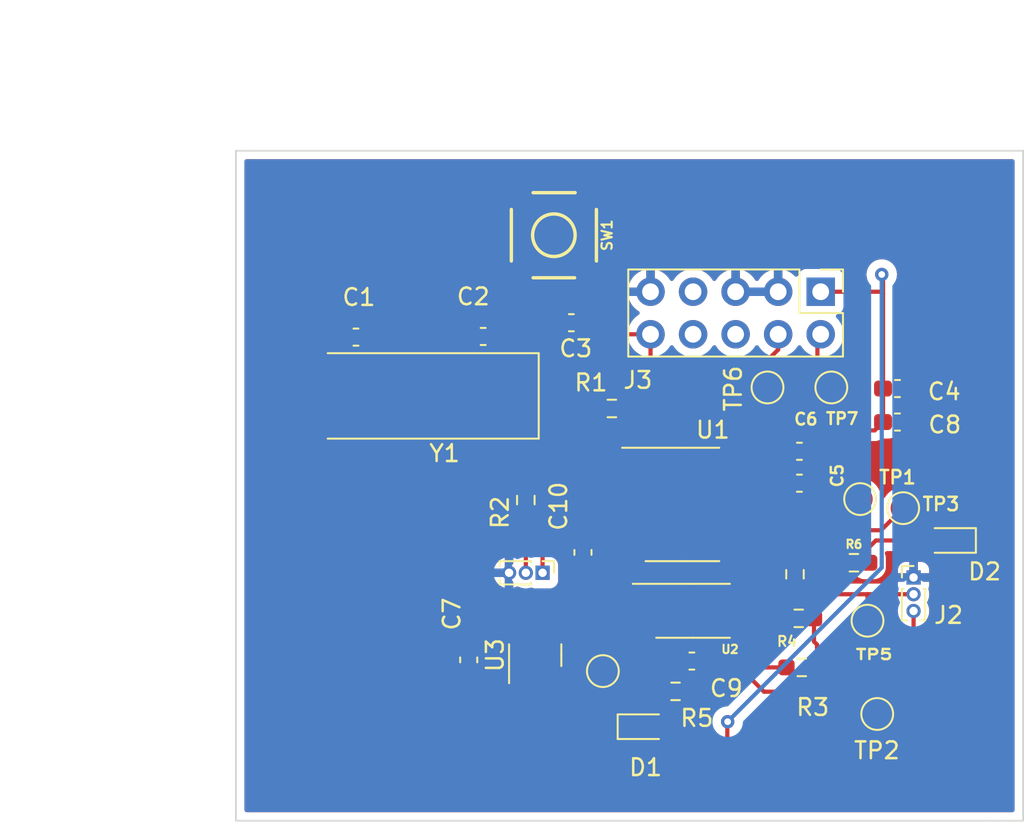
<source format=kicad_pcb>
(kicad_pcb (version 20211014) (generator pcbnew)
  (title_block (title "Carte Tests et Maintenance") (date "2024-02-13") (company "Polytech Lille") (comment 1 "By CAZIN Némo & CEGARRA Antoine"))
  (layers (0 "F.Cu" signal) (31 "B.Cu" signal) (34 "B.Paste" user) (35 "F.Paste" user) (36 "B.SilkS" user "B.Silkscreen") (37 "F.SilkS" user "F.Silkscreen") (38 "B.Mask" user) (39 "F.Mask" user) (44 "Edge.Cuts" user))
  (net 0 "")
  (net 1 "Net-(C1-Pad1)")
  (net 2 "GND")
  (net 3 "Net-(C2-Pad1)")
  (net 4 "RESET")
  (net 5 "VCC")
  (net 6 "Net-(D1-Pad2)")
  (net 7 "Net-(D2-Pad2)")
  (net 8 "Net-(J1-Pad2)")
  (net 9 "EPROM")
  (net 10 "SWDAT")
  (net 11 "SWCLK")
  (net 15 "Net-(R1-Pad1)")
  (net 16 "Net-(R2-Pad2)")
  (net 17 "SDA")
  (net 18 "SCL")
  (net 19 "LED1")
  (net 20 "LED2")
  (net 21 "Net-(TP1-Pad1)")
  (net 22 "Net-(TP3-Pad1)")
  (net 23 "TEMP")
  (net 24 "BIT_0")
  (net 25 "BIT_1")
  (net 26 "BIT_2")
  (footprint "Connector_PinHeader_1.00mm:PinHeader_1x03_P1.00mm_Vertical" (layer "F.Cu") (at 152.7875 109.755 -90)
    (fp_text reference "J1" hide)
    (fp_text value "Conn_01x03_Male" hide)
    (fp_line (start 0.608276 0.685) (end 0.695 0.685) (layer "F.SilkS") (width 0.12))
    (fp_line (start -0.695 0.685) (end -0.695 2.56) (layer "F.SilkS") (width 0.12))
    (fp_line (start -0.695 2.56) (end -0.394493 2.56) (layer "F.SilkS") (width 0.12))
    (fp_line (start -0.695 0.685) (end -0.608276 0.685) (layer "F.SilkS") (width 0.12))
    (fp_line (start -0.695 -0.685) (end 0 -0.685) (layer "F.SilkS") (width 0.12))
    (fp_line (start 0.394493 2.56) (end 0.695 2.56) (layer "F.SilkS") (width 0.12))
    (fp_line (start 0.695 0.685) (end 0.695 2.56) (layer "F.SilkS") (width 0.12))
    (fp_line (start -0.695 0) (end -0.695 -0.685) (layer "F.SilkS") (width 0.12))
    (pad "1" thru_hole rect (at 0 0 270) (size 0.85 0.85) (drill 0.5) (layers *.Cu *.Mask) (net 5 "VCC"))
    (pad "2" thru_hole oval (at 0 1 270) (size 0.85 0.85) (drill 0.5) (layers *.Cu *.Mask) (net 8 "Net-(J1-Pad2)"))
    (pad "3" thru_hole oval (at 0 2 270) (size 0.85 0.85) (drill 0.5) (layers *.Cu *.Mask) (net 2 "GND"))
  )
  (footprint "TestPoint:TestPoint_Pad_D1.5mm" (layer "F.Cu") (at 171.7475 105.355)
    (fp_text reference "TP1" (at 2.23 -1.3) (layer "F.SilkS") (effects (font (size 0.8 0.8))))
    (fp_text value "TestPoint" hide)
    (fp_circle (center 0 0) (end 0 0.95) (layer "F.SilkS") (width 0.12) (fill none))
    (pad "1" smd circle (at 0 0) (size 1.5 1.5) (layers "F.Cu" "F.Mask") (net 21 "Net-(TP1-Pad1)"))
  )
  (footprint "Package_SO:TSSOP-8_4.4x3mm_P0.65mm" (layer "F.Cu") (at 161.7725 112.025)
    (fp_text reference "U2" (at 2.2025 2.3) (layer "F.SilkS") (effects (font (size 0.5 0.5) (thickness 0.125))))
    (fp_text value "M24C01-RDW" hide)
    (fp_line (start 0 1.61) (end -2.2 1.61) (layer "F.SilkS") (width 0.12))
    (fp_line (start 0 -1.61) (end -3.6 -1.61) (layer "F.SilkS") (width 0.12))
    (fp_line (start 0 -1.61) (end 2.2 -1.61) (layer "F.SilkS") (width 0.12))
    (fp_line (start 0 1.61) (end 2.2 1.61) (layer "F.SilkS") (width 0.12))
    (pad "1" smd roundrect (at -2.8625 -0.975) (size 1.475 0.4) (layers "F.Cu" "F.Paste" "F.Mask") (net 24 "BIT_0"))
    (pad "2" smd roundrect (at -2.8625 -0.325) (size 1.475 0.4) (layers "F.Cu" "F.Paste" "F.Mask") (net 25 "BIT_1"))
    (pad "3" smd roundrect (at -2.8625 0.325) (size 1.475 0.4) (layers "F.Cu" "F.Paste" "F.Mask") (net 26 "BIT_2"))
    (pad "4" smd roundrect (at -2.8625 0.975) (size 1.475 0.4) (layers "F.Cu" "F.Paste" "F.Mask") (net 2 "GND"))
    (pad "5" smd roundrect (at 2.8625 0.975) (size 1.475 0.4) (layers "F.Cu" "F.Paste" "F.Mask") (net 17 "SDA"))
    (pad "6" smd roundrect (at 2.8625 0.325) (size 1.475 0.4) (layers "F.Cu" "F.Paste" "F.Mask") (net 18 "SCL"))
    (pad "7" smd roundrect (at 2.8625 -0.325) (size 1.475 0.4) (layers "F.Cu" "F.Paste" "F.Mask") (net 9 "EPROM"))
    (pad "8" smd roundrect (at 2.8625 -0.975) (size 1.475 0.4) (layers "F.Cu" "F.Paste" "F.Mask") (net 5 "VCC"))
  )
  (footprint "LED_SMD:LED_0603_1608Metric_Pad1.05x0.95mm_HandSolder" (layer "F.Cu") (at 176.9975 107.825 180)
    (fp_text reference "D2" (at -2.18 -1.86) (layer "F.SilkS"))
    (fp_text value "LED" hide)
    (fp_line (start 0.8 -0.735) (end -1.66 -0.735) (layer "F.SilkS") (width 0.12))
    (fp_line (start -1.66 0.735) (end 0.8 0.735) (layer "F.SilkS") (width 0.12))
    (fp_line (start -1.66 -0.735) (end -1.66 0.735) (layer "F.SilkS") (width 0.12))
    (pad "1" smd roundrect (at -0.875 0 180) (size 1.05 0.95) (layers "F.Cu" "F.Paste" "F.Mask") (net 2 "GND"))
    (pad "2" smd roundrect (at 0.875 0 180) (size 1.05 0.95) (layers "F.Cu" "F.Paste" "F.Mask") (net 7 "Net-(D2-Pad2)"))
  )
  (footprint "Resistor_SMD:R_0603_1608Metric_Pad0.98x0.95mm_HandSolder" (layer "F.Cu") (at 168.26 115.405 180)
    (fp_text reference "R3" (at -0.6575 -2.38) (layer "F.SilkS"))
    (fp_text value "4.7k" hide)
    (fp_line (start -0.254724 -0.5225) (end 0.254724 -0.5225) (layer "F.SilkS") (width 0.12))
    (fp_line (start -0.254724 0.5225) (end 0.254724 0.5225) (layer "F.SilkS") (width 0.12))
    (pad "1" smd roundrect (at -0.9125 0 180) (size 0.975 0.95) (layers "F.Cu" "F.Paste" "F.Mask") (net 5 "VCC"))
    (pad "2" smd roundrect (at 0.9125 0 180) (size 0.975 0.95) (layers "F.Cu" "F.Paste" "F.Mask") (net 17 "SDA"))
  )
  (footprint "TestPoint:TestPoint_Pad_D1.5mm" (layer "F.Cu") (at 170.0275 98.69 -90)
    (fp_text reference "TP7" (at 1.865 -0.65 180) (layer "F.SilkS") (effects (font (size 0.7 0.7))))
    (fp_text value "TestPoint" hide)
    (fp_circle (center 0 0) (end 0 0.95) (layer "F.SilkS") (width 0.12) (fill none))
    (pad "1" smd circle (at 0 0 270) (size 1.5 1.5) (layers "F.Cu" "F.Mask") (net 10 "SWDAT"))
  )
  (footprint "Switches:TACTILE_SWITCH_SMD_5.2MM" (layer "F.Cu") (at 153.4625 89.601 -90)
    (fp_text reference "SW1" (at 0 -3.175 90) (layer "F.SilkS") (effects (font (size 0.6096 0.6096) (thickness 0.127))))
    (fp_text value "SW_Push" hide)
    (fp_line (start 1.53924 2.54) (end -1.53924 2.54) (layer "F.SilkS") (width 0.2032))
    (fp_line (start -1.53924 -2.54) (end 1.53924 -2.54) (layer "F.SilkS") (width 0.2032))
    (fp_line (start 2.54 -1.23952) (end 2.54 1.23952) (layer "F.SilkS") (width 0.2032))
    (fp_line (start -2.54 1.23952) (end -2.54 -1.27) (layer "F.SilkS") (width 0.2032))
    (fp_circle (center 0 0) (end 0 -1.27) (layer "F.SilkS") (width 0.2032) (fill none))
    (pad "1" smd rect locked (at -2.794 -1.905) (size 0.762 1.524) (layers "F.Cu" "F.Paste" "F.Mask") (net 2 "GND"))
    (pad "2" smd rect locked (at 2.794 -1.905) (size 0.762 1.524) (layers "F.Cu" "F.Paste" "F.Mask") (net 4 "RESET"))
    (pad "3" smd rect locked (at -2.794 1.905) (size 0.762 1.524) (layers "F.Cu" "F.Paste" "F.Mask"))
    (pad "4" smd rect locked (at 2.794 1.905) (size 0.762 1.524) (layers "F.Cu" "F.Paste" "F.Mask"))
  )
  (footprint "Crystal:Crystal_SMD_HC49-SD" (layer "F.Cu") (at 145.8575 99.195 180)
    (fp_text reference "Y1" (at -1.08 -3.43) (layer "F.SilkS"))
    (fp_text value "8M" hide)
    (fp_line (start -6.7 2.55) (end 5.9 2.55) (layer "F.SilkS") (width 0.12))
    (fp_line (start -6.7 -2.55) (end -6.7 2.55) (layer "F.SilkS") (width 0.12))
    (fp_line (start 5.9 -2.55) (end -6.7 -2.55) (layer "F.SilkS") (width 0.12))
    (pad "1" smd rect (at -4.25 0 180) (size 4.5 2) (layers "F.Cu" "F.Paste" "F.Mask") (net 3 "Net-(C2-Pad1)"))
    (pad "2" smd rect (at 4.25 0 180) (size 4.5 2) (layers "F.Cu" "F.Paste" "F.Mask") (net 1 "Net-(C1-Pad1)"))
  )
  (footprint "Capacitor_SMD:C_0603_1608Metric_Pad1.08x0.95mm_HandSolder" (layer "F.Cu") (at 155.1975 108.5375 -90)
    (fp_text reference "C10" (at -2.7525 1.46 90) (layer "F.SilkS"))
    (fp_text value "100n" hide)
    (fp_line (start -0.146267 0.51) (end 0.146267 0.51) (layer "F.SilkS") (width 0.12))
    (fp_line (start -0.146267 -0.51) (end 0.146267 -0.51) (layer "F.SilkS") (width 0.12))
    (pad "1" smd roundrect (at -0.8625 0 270) (size 1.075 0.95) (layers "F.Cu" "F.Paste" "F.Mask") (net 5 "VCC"))
    (pad "2" smd roundrect (at 0.8625 0 270) (size 1.075 0.95) (layers "F.Cu" "F.Paste" "F.Mask") (net 2 "GND"))
  )
  (footprint "Resistor_SMD:R_0603_1608Metric_Pad0.98x0.95mm_HandSolder" (layer "F.Cu") (at 156.925 99.945 180)
    (fp_text reference "R1" (at 1.25 1.54 180) (layer "F.SilkS"))
    (fp_text value "390" hide)
    (fp_line (start -0.254724 0.5225) (end 0.254724 0.5225) (layer "F.SilkS") (width 0.12))
    (fp_line (start -0.254724 -0.5225) (end 0.254724 -0.5225) (layer "F.SilkS") (width 0.12))
    (pad "1" smd roundrect (at -0.9125 0 180) (size 0.975 0.95) (layers "F.Cu" "F.Paste" "F.Mask") (net 15 "Net-(R1-Pad1)"))
    (pad "2" smd roundrect (at 0.9125 0 180) (size 0.975 0.95) (layers "F.Cu" "F.Paste" "F.Mask") (net 3 "Net-(C2-Pad1)"))
  )
  (footprint "Resistor_SMD:R_0603_1608Metric_Pad0.98x0.95mm_HandSolder" (layer "F.Cu") (at 171.375 109.155)
    (fp_text reference "R6" (at 0 -1.1) (layer "F.SilkS") (effects (font (size 0.5 0.5) (thickness 0.125))))
    (fp_text value "510" hide)
    (fp_line (start -0.254724 -0.5225) (end 0.254724 -0.5225) (layer "F.SilkS") (width 0.12))
    (fp_line (start -0.254724 0.5225) (end 0.254724 0.5225) (layer "F.SilkS") (width 0.12))
    (pad "1" smd roundrect (at -0.9125 0) (size 0.975 0.95) (layers "F.Cu" "F.Paste" "F.Mask") (net 20 "LED2"))
    (pad "2" smd roundrect (at 0.9125 0) (size 0.975 0.95) (layers "F.Cu" "F.Paste" "F.Mask") (net 7 "Net-(D2-Pad2)"))
  )
  (footprint "Resistor_SMD:R_0603_1608Metric_Pad0.98x0.95mm_HandSolder" (layer "F.Cu") (at 160.7275 116.835 180)
    (fp_text reference "R5" (at -1.27 -1.6) (layer "F.SilkS"))
    (fp_text value "510" hide)
    (fp_line (start -0.254724 -0.5225) (end 0.254724 -0.5225) (layer "F.SilkS") (width 0.12))
    (fp_line (start -0.254724 0.5225) (end 0.254724 0.5225) (layer "F.SilkS") (width 0.12))
    (pad "1" smd roundrect (at -0.9125 0 180) (size 0.975 0.95) (layers "F.Cu" "F.Paste" "F.Mask") (net 19 "LED1"))
    (pad "2" smd roundrect (at 0.9125 0 180) (size 0.975 0.95) (layers "F.Cu" "F.Paste" "F.Mask") (net 6 "Net-(D1-Pad2)"))
  )
  (footprint "TestPoint:TestPoint_Pad_D1.5mm" (layer "F.Cu") (at 172.1875 112.615)
    (fp_text reference "TP5" (at 0.4 2.02) (layer "F.SilkS") (effects (font (size 0.6 0.8))))
    (fp_text value "TestPoint" hide)
    (fp_circle (center 0 0) (end 0 0.95) (layer "F.SilkS") (width 0.12) (fill none))
    (pad "1" smd circle (at 0 0) (size 1.5 1.5) (layers "F.Cu" "F.Mask") (net 9 "EPROM"))
  )
  (footprint "Capacitor_SMD:C_0603_1608Metric_Pad1.08x0.95mm_HandSolder" (layer "F.Cu") (at 173.9775 100.755)
    (fp_text reference "C8" (at 2.82 0.16) (layer "F.SilkS"))
    (fp_text value "4.7u" hide)
    (fp_line (start -0.146267 -0.51) (end 0.146267 -0.51) (layer "F.SilkS") (width 0.12))
    (fp_line (start -0.146267 0.51) (end 0.146267 0.51) (layer "F.SilkS") (width 0.12))
    (pad "1" smd roundrect (at -0.8625 0) (size 1.075 0.95) (layers "F.Cu" "F.Paste" "F.Mask") (net 5 "VCC"))
    (pad "2" smd roundrect (at 0.8625 0) (size 1.075 0.95) (layers "F.Cu" "F.Paste" "F.Mask") (net 2 "GND"))
  )
  (footprint "LED_SMD:LED_0603_1608Metric_Pad1.05x0.95mm_HandSolder" (layer "F.Cu") (at 158.9325 118.945)
    (fp_text reference "D1" (at 0.005 2.43) (layer "F.SilkS"))
    (fp_text value "LED" hide)
    (fp_line (start -1.66 -0.735) (end -1.66 0.735) (layer "F.SilkS") (width 0.12))
    (fp_line (start -1.66 0.735) (end 0.8 0.735) (layer "F.SilkS") (width 0.12))
    (fp_line (start 0.8 -0.735) (end -1.66 -0.735) (layer "F.SilkS") (width 0.12))
    (pad "1" smd roundrect (at -0.875 0) (size 1.05 0.95) (layers "F.Cu" "F.Paste" "F.Mask") (net 2 "GND"))
    (pad "2" smd roundrect (at 0.875 0) (size 1.05 0.95) (layers "F.Cu" "F.Paste" "F.Mask") (net 6 "Net-(D1-Pad2)"))
  )
  (footprint "TestPoint:TestPoint_Pad_D1.5mm" (layer "F.Cu") (at 166.2175 98.69 -90)
    (fp_text reference "TP6" (at 0.065 2.05 90) (layer "F.SilkS"))
    (fp_text value "TestPoint" hide)
    (fp_circle (center 0 0) (end 0 0.95) (layer "F.SilkS") (width 0.12) (fill none))
    (pad "1" smd circle (at 0 0 270) (size 1.5 1.5) (layers "F.Cu" "F.Mask") (net 11 "SWCLK"))
  )
  (footprint "Capacitor_SMD:C_0603_1608Metric_Pad1.08x0.95mm_HandSolder" (layer "F.Cu") (at 161.7 115.025 180)
    (fp_text reference "C9" hide)
    (fp_text value "100n" hide)
    (fp_text user "${REFERENCE}" (at -2.0575 -1.63) (layer "F.SilkS"))
    (fp_line (start -0.146267 -0.51) (end 0.146267 -0.51) (layer "F.SilkS") (width 0.12))
    (fp_line (start -0.146267 0.51) (end 0.146267 0.51) (layer "F.SilkS") (width 0.12))
    (pad "1" smd roundrect (at -0.8625 0 180) (size 1.075 0.95) (layers "F.Cu" "F.Paste" "F.Mask") (net 5 "VCC"))
    (pad "2" smd roundrect (at 0.8625 0 180) (size 1.075 0.95) (layers "F.Cu" "F.Paste" "F.Mask") (net 2 "GND"))
  )
  (footprint "Resistor_SMD:R_0603_1608Metric_Pad0.98x0.95mm_HandSolder" (layer "F.Cu") (at 151.7875 105.4125 90)
    (fp_text reference "R2" (at -0.7425 -1.54 270) (layer "F.SilkS"))
    (fp_text value "10k" hide)
    (fp_line (start -0.254724 0.5225) (end 0.254724 0.5225) (layer "F.SilkS") (width 0.12))
    (fp_line (start -0.254724 -0.5225) (end 0.254724 -0.5225) (layer "F.SilkS") (width 0.12))
    (pad "1" smd roundrect (at -0.9125 0 90) (size 0.975 0.95) (layers "F.Cu" "F.Paste" "F.Mask") (net 8 "Net-(J1-Pad2)"))
    (pad "2" smd roundrect (at 0.9125 0 90) (size 0.975 0.95) (layers "F.Cu" "F.Paste" "F.Mask") (net 16 "Net-(R2-Pad2)"))
  )
  (footprint "Capacitor_SMD:C_0603_1608Metric_Pad1.08x0.95mm_HandSolder" (layer "F.Cu") (at 173.9775 98.755)
    (fp_text reference "C4" (at 2.79 0.18) (layer "F.SilkS"))
    (fp_text value "1u" hide)
    (fp_line (start -0.146267 0.51) (end 0.146267 0.51) (layer "F.SilkS") (width 0.12))
    (fp_line (start -0.146267 -0.51) (end 0.146267 -0.51) (layer "F.SilkS") (width 0.12))
    (pad "1" smd roundrect (at -0.8625 0) (size 1.075 0.95) (layers "F.Cu" "F.Paste" "F.Mask") (net 5 "VCC"))
    (pad "2" smd roundrect (at 0.8625 0) (size 1.075 0.95) (layers "F.Cu" "F.Paste" "F.Mask") (net 2 "GND"))
  )
  (footprint "Capacitor_SMD:C_0603_1608Metric_Pad1.08x0.95mm_HandSolder" (layer "F.Cu") (at 168.1225 104.405)
    (fp_text reference "C5" (at 2.255 -0.45 90) (layer "F.SilkS") (effects (font (size 0.7 0.7))))
    (fp_text value "10n" hide)
    (fp_line (start -0.146267 -0.51) (end 0.146267 -0.51) (layer "F.SilkS") (width 0.12))
    (fp_line (start -0.146267 0.51) (end 0.146267 0.51) (layer "F.SilkS") (width 0.12))
    (pad "1" smd roundrect (at -0.8625 0) (size 1.075 0.95) (layers "F.Cu" "F.Paste" "F.Mask") (net 5 "VCC"))
    (pad "2" smd roundrect (at 0.8625 0) (size 1.075 0.95) (layers "F.Cu" "F.Paste" "F.Mask") (net 2 "GND"))
  )
  (footprint "Package_SO:TSSOP-20_4.4x6.5mm_P0.65mm" (layer "F.Cu") (at 161.1375 105.675)
    (fp_text reference "U1" (at 1.8125 -4.45) (layer "F.SilkS"))
    (fp_text value "STM32F030F4Px" hide)
    (fp_line (start 0 3.385) (end -2.2 3.385) (layer "F.SilkS") (width 0.12))
    (fp_line (start 0 -3.385) (end -3.6 -3.385) (layer "F.SilkS") (width 0.12))
    (fp_line (start 0 3.385) (end 2.2 3.385) (layer "F.SilkS") (width 0.12))
    (fp_line (start 0 -3.385) (end 2.2 -3.385) (layer "F.SilkS") (width 0.12))
    (pad "1" smd roundrect (at -2.8625 -2.925) (size 1.475 0.4) (layers "F.Cu" "F.Paste" "F.Mask") (net 16 "Net-(R2-Pad2)"))
    (pad "2" smd roundrect (at -2.8625 -2.275) (size 1.475 0.4) (layers "F.Cu" "F.Paste" "F.Mask") (net 1 "Net-(C1-Pad1)"))
    (pad "3" smd roundrect (at -2.8625 -1.625) (size 1.475 0.4) (layers "F.Cu" "F.Paste" "F.Mask") (net 15 "Net-(R1-Pad1)"))
    (pad "4" smd roundrect (at -2.8625 -0.975) (size 1.475 0.4) (layers "F.Cu" "F.Paste" "F.Mask") (net 4 "RESET"))
    (pad "5" smd roundrect (at -2.8625 -0.325) (size 1.475 0.4) (layers "F.Cu" "F.Paste" "F.Mask") (net 5 "VCC"))
    (pad "6" smd roundrect (at -2.8625 0.325) (size 1.475 0.4) (layers "F.Cu" "F.Paste" "F.Mask") (net 19 "LED1"))
    (pad "7" smd roundrect (at -2.8625 0.975) (size 1.475 0.4) (layers "F.Cu" "F.Paste" "F.Mask") (net 23 "TEMP"))
    (pad "8" smd roundrect (at -2.8625 1.625) (size 1.475 0.4) (layers "F.Cu" "F.Paste" "F.Mask") (net 26 "BIT_2"))
    (pad "9" smd roundrect (at -2.8625 2.275) (size 1.475 0.4) (layers "F.Cu" "F.Paste" "F.Mask") (net 25 "BIT_1"))
    (pad "10" smd roundrect (at -2.8625 2.925) (size 1.475 0.4) (layers "F.Cu" "F.Paste" "F.Mask") (net 24 "BIT_0"))
    (pad "11" smd roundrect (at 2.8625 2.925) (size 1.475 0.4) (layers "F.Cu" "F.Paste" "F.Mask") (net 20 "LED2"))
    (pad "12" smd roundrect (at 2.8625 2.275) (size 1.475 0.4) (layers "F.Cu" "F.Paste" "F.Mask") (net 22 "Net-(TP3-Pad1)"))
    (pad "13" smd roundrect (at 2.8625 1.625) (size 1.475 0.4) (layers "F.Cu" "F.Paste" "F.Mask") (net 9 "EPROM"))
    (pad "14" smd roundrect (at 2.8625 0.975) (size 1.475 0.4) (layers "F.Cu" "F.Paste" "F.Mask") (net 21 "Net-(TP1-Pad1)"))
    (pad "15" smd roundrect (at 2.8625 0.325) (size 1.475 0.4) (layers "F.Cu" "F.Paste" "F.Mask") (net 2 "GND"))
    (pad "16" smd roundrect (at 2.8625 -0.325) (size 1.475 0.4) (layers "F.Cu" "F.Paste" "F.Mask") (net 5 "VCC"))
    (pad "17" smd roundrect (at 2.8625 -0.975) (size 1.475 0.4) (layers "F.Cu" "F.Paste" "F.Mask") (net 18 "SCL"))
    (pad "18" smd roundrect (at 2.8625 -1.625) (size 1.475 0.4) (layers "F.Cu" "F.Paste" "F.Mask") (net 17 "SDA"))
    (pad "19" smd roundrect (at 2.8625 -2.275) (size 1.475 0.4) (layers "F.Cu" "F.Paste" "F.Mask") (net 10 "SWDAT"))
    (pad "20" smd roundrect (at 2.8625 -2.925) (size 1.475 0.4) (layers "F.Cu" "F.Paste" "F.Mask") (net 11 "SWCLK"))
  )
  (footprint "Capacitor_SMD:C_0603_1608Metric_Pad1.08x0.95mm_HandSolder" (layer "F.Cu") (at 154.505 94.825 180)
    (fp_text reference "C3" (at -0.2625 -1.54 180) (layer "F.SilkS"))
    (fp_text value "0.1u" hide)
    (fp_line (start -0.146267 -0.51) (end 0.146267 -0.51) (layer "F.SilkS") (width 0.12))
    (fp_line (start -0.146267 0.51) (end 0.146267 0.51) (layer "F.SilkS") (width 0.12))
    (pad "1" smd roundrect (at -0.8625 0 180) (size 1.075 0.95) (layers "F.Cu" "F.Paste" "F.Mask") (net 4 "RESET"))
    (pad "2" smd roundrect (at 0.8625 0 180) (size 1.075 0.95) (layers "F.Cu" "F.Paste" "F.Mask") (net 2 "GND"))
  )
  (footprint "TestPoint:TestPoint_Pad_D1.5mm" (layer "F.Cu") (at 174.3175 105.895)
    (fp_text reference "TP3" (at 2.26 -0.24) (layer "F.SilkS") (effects (font (size 0.8 0.8))))
    (fp_text value "TestPoint" hide)
    (fp_circle (center 0 0) (end 0 0.95) (layer "F.SilkS") (width 0.12) (fill none))
    (pad "1" smd circle (at 0 0) (size 1.5 1.5) (layers "F.Cu" "F.Mask") (net 22 "Net-(TP3-Pad1)"))
  )
  (footprint "TestPoint:TestPoint_Pad_D1.5mm" (layer "F.Cu") (at 172.7675 118.185)
    (fp_text reference "TP2" (at -0.02 2.18) (layer "F.SilkS"))
    (fp_text value "TestPoint" hide)
    (fp_circle (center 0 0) (end 0 0.95) (layer "F.SilkS") (width 0.12) (fill none))
    (pad "1" smd circle (at 0 0) (size 1.5 1.5) (layers "F.Cu" "F.Mask") (net 5 "VCC"))
  )
  (footprint "Capacitor_SMD:C_0603_1608Metric_Pad1.08x0.95mm_HandSolder" (layer "F.Cu") (at 149.24 95.645)
    (fp_text reference "C2" (at -0.5925 -2.38) (layer "F.SilkS"))
    (fp_text value "20p" hide)
    (fp_line (start -0.146267 -0.51) (end 0.146267 -0.51) (layer "F.SilkS") (width 0.12))
    (fp_line (start -0.146267 0.51) (end 0.146267 0.51) (layer "F.SilkS") (width 0.12))
    (pad "1" smd roundrect (at -0.8625 0) (size 1.075 0.95) (layers "F.Cu" "F.Paste" "F.Mask") (net 3 "Net-(C2-Pad1)"))
    (pad "2" smd roundrect (at 0.8625 0) (size 1.075 0.95) (layers "F.Cu" "F.Paste" "F.Mask") (net 2 "GND"))
  )
  (footprint "Capacitor_SMD:C_0603_1608Metric_Pad1.08x0.95mm_HandSolder" (layer "F.Cu") (at 168.1225 102.5)
    (fp_text reference "C6" (at 0.385 -1.915) (layer "F.SilkS") (effects (font (size 0.7 0.7))))
    (fp_text value "100n" hide)
    (fp_line (start -0.146267 -0.51) (end 0.146267 -0.51) (layer "F.SilkS") (width 0.12))
    (fp_line (start -0.146267 0.51) (end 0.146267 0.51) (layer "F.SilkS") (width 0.12))
    (pad "1" smd roundrect (at -0.8625 0) (size 1.075 0.95) (layers "F.Cu" "F.Paste" "F.Mask") (net 5 "VCC"))
    (pad "2" smd roundrect (at 0.8625 0) (size 1.075 0.95) (layers "F.Cu" "F.Paste" "F.Mask") (net 2 "GND"))
  )
  (footprint "Capacitor_SMD:C_0603_1608Metric_Pad1.08x0.95mm_HandSolder" (layer "F.Cu") (at 148.3775 114.955 90)
    (fp_text reference "C7" (at 2.7425 -1.01 90) (layer "F.SilkS"))
    (fp_text value "100n" hide)
    (fp_line (start -0.146267 0.51) (end 0.146267 0.51) (layer "F.SilkS") (width 0.12))
    (fp_line (start -0.146267 -0.51) (end 0.146267 -0.51) (layer "F.SilkS") (width 0.12))
    (pad "1" smd roundrect (at -0.8625 0 90) (size 1.075 0.95) (layers "F.Cu" "F.Paste" "F.Mask") (net 5 "VCC"))
    (pad "2" smd roundrect (at 0.8625 0 90) (size 1.075 0.95) (layers "F.Cu" "F.Paste" "F.Mask") (net 2 "GND"))
  )
  (footprint "Package_TO_SOT_SMD:SOT-23" (layer "F.Cu") (at 152.3475 114.6725 90)
    (fp_text reference "U3" (at 0 -2.4 90) (layer "F.SilkS"))
    (fp_text value "MCP9700T-ETT" hide)
    (fp_line (start 0 -1.56) (end -1.675 -1.56) (layer "F.SilkS") (width 0.12))
    (fp_line (start 0 1.56) (end -0.65 1.56) (layer "F.SilkS") (width 0.12))
    (fp_line (start 0 -1.56) (end 0.65 -1.56) (layer "F.SilkS") (width 0.12))
    (fp_line (start 0 1.56) (end 0.65 1.56) (layer "F.SilkS") (width 0.12))
    (pad "1" smd roundrect (at -0.9375 -0.95 90) (size 1.475 0.6) (layers "F.Cu" "F.Paste" "F.Mask") (net 5 "VCC"))
    (pad "2" smd roundrect (at -0.9375 0.95 90) (size 1.475 0.6) (layers "F.Cu" "F.Paste" "F.Mask") (net 23 "TEMP"))
    (pad "3" smd roundrect (at 0.9375 0 90) (size 1.475 0.6) (layers "F.Cu" "F.Paste" "F.Mask") (net 2 "GND"))
  )
  (footprint "Connector_PinHeader_1.00mm:PinHeader_1x03_P1.00mm_Vertical" (layer "F.Cu") (at 174.9375 110.035)
    (fp_text reference "J2" (at 2.09 2.25) (layer "F.SilkS"))
    (fp_text value "Conn_01x03_Male" hide)
    (fp_line (start 0.394493 2.56) (end 0.695 2.56) (layer "F.SilkS") (width 0.12))
    (fp_line (start -0.695 0.685) (end -0.608276 0.685) (layer "F.SilkS") (width 0.12))
    (fp_line (start 0.608276 0.685) (end 0.695 0.685) (layer "F.SilkS") (width 0.12))
    (fp_line (start 0.695 0.685) (end 0.695 2.56) (layer "F.SilkS") (width 0.12))
    (fp_line (start -0.695 -0.685) (end 0 -0.685) (layer "F.SilkS") (width 0.12))
    (fp_line (start -0.695 0) (end -0.695 -0.685) (layer "F.SilkS") (width 0.12))
    (fp_line (start -0.695 0.685) (end -0.695 2.56) (layer "F.SilkS") (width 0.12))
    (fp_line (start -0.695 2.56) (end -0.394493 2.56) (layer "F.SilkS") (width 0.12))
    (pad "1" thru_hole rect (at 0 0) (size 0.85 0.85) (drill 0.5) (layers *.Cu *.Mask) (net 2 "GND"))
    (pad "2" thru_hole oval (at 0 1) (size 0.85 0.85) (drill 0.5) (layers *.Cu *.Mask) (net 9 "EPROM"))
    (pad "3" thru_hole oval (at 0 2) (size 0.85 0.85) (drill 0.5) (layers *.Cu *.Mask) (net 5 "VCC"))
  )
  (footprint "Capacitor_SMD:C_0603_1608Metric_Pad1.08x0.95mm_HandSolder" (layer "F.Cu") (at 141.645 95.685)
    (fp_text reference "C1" (at 0.1725 -2.38) (layer "F.SilkS"))
    (fp_text value "20p" hide)
    (fp_line (start -0.146267 -0.51) (end 0.146267 -0.51) (layer "F.SilkS") (width 0.12))
    (fp_line (start -0.146267 0.51) (end 0.146267 0.51) (layer "F.SilkS") (width 0.12))
    (pad "1" smd roundrect (at -0.8625 0) (size 1.075 0.95) (layers "F.Cu" "F.Paste" "F.Mask") (net 1 "Net-(C1-Pad1)"))
    (pad "2" smd roundrect (at 0.8625 0) (size 1.075 0.95) (layers "F.Cu" "F.Paste" "F.Mask") (net 2 "GND"))
  )
  (footprint "Resistor_SMD:R_0603_1608Metric_Pad0.98x0.95mm_HandSolder" (layer "F.Cu") (at 167.8575 109.8425 -90)
    (fp_text reference "R7" hide)
    (fp_text value "4.7k" hide)
    (fp_line (start -0.254724 0.5225) (end 0.254724 0.5225) (layer "F.SilkS") (width 0.12))
    (fp_line (start -0.254724 -0.5225) (end 0.254724 -0.5225) (layer "F.SilkS") (width 0.12))
    (pad "1" smd roundrect (at -0.9125 0 270) (size 0.975 0.95) (layers "F.Cu" "F.Paste" "F.Mask") (net 9 "EPROM"))
    (pad "2" smd roundrect (at 0.9125 0 270) (size 0.975 0.95) (layers "F.Cu" "F.Paste" "F.Mask") (net 5 "VCC"))
  )
  (footprint "Connector_PinHeader_2.54mm:PinHeader_2x05_P2.54mm_Vertical" (layer "F.Cu") (at 169.3925 92.975 -90)
    (fp_text reference "J3" (at 5.28 10.915 180) (layer "F.SilkS"))
    (fp_text value "Conn_ARM_JTAG_SWD_10" hide)
    (fp_line (start 3.87 -1.33) (end 3.87 11.49) (layer "F.SilkS") (width 0.12))
    (fp_line (start -1.33 11.49) (end 3.87 11.49) (layer "F.SilkS") (width 0.12))
    (fp_line (start 1.27 -1.33) (end 3.87 -1.33) (layer "F.SilkS") (width 0.12))
    (fp_line (start 1.27 1.27) (end 1.27 -1.33) (layer "F.SilkS") (width 0.12))
    (fp_line (start -1.33 -1.33) (end 0 -1.33) (layer "F.SilkS") (width 0.12))
    (fp_line (start -1.33 0) (end -1.33 -1.33) (layer "F.SilkS") (width 0.12))
    (fp_line (start -1.33 1.27) (end 1.27 1.27) (layer "F.SilkS") (width 0.12))
    (fp_line (start -1.33 1.27) (end -1.33 11.49) (layer "F.SilkS") (width 0.12))
    (pad "1" thru_hole rect (at 0 0 270) (size 1.7 1.7) (drill 1) (layers *.Cu *.Mask) (net 5 "VCC"))
    (pad "2" thru_hole oval (at 2.54 0 270) (size 1.7 1.7) (drill 1) (layers *.Cu *.Mask) (net 10 "SWDAT"))
    (pad "3" thru_hole oval (at 0 2.54 270) (size 1.7 1.7) (drill 1) (layers *.Cu *.Mask) (net 2 "GND"))
    (pad "4" thru_hole oval (at 2.54 2.54 270) (size 1.7 1.7) (drill 1) (layers *.Cu *.Mask) (net 11 "SWCLK"))
    (pad "5" thru_hole oval (at 0 5.08 270) (size 1.7 1.7) (drill 1) (layers *.Cu *.Mask) (net 2 "GND"))
    (pad "6" thru_hole oval (at 2.54 5.08 270) (size 1.7 1.7) (drill 1) (layers *.Cu *.Mask))
    (pad "7" thru_hole oval (at 0 7.62 270) (size 1.7 1.7) (drill 1) (layers *.Cu *.Mask))
    (pad "8" thru_hole oval (at 2.54 7.62 270) (size 1.7 1.7) (drill 1) (layers *.Cu *.Mask))
    (pad "9" thru_hole oval (at 0 10.16 270) (size 1.7 1.7) (drill 1) (layers *.Cu *.Mask) (net 2 "GND"))
    (pad "10" thru_hole oval (at 2.54 10.16 270) (size 1.7 1.7) (drill 1) (layers *.Cu *.Mask) (net 4 "RESET"))
  )
  (footprint "TestPoint:TestPoint_Pad_D1.5mm" (layer "F.Cu") (at 156.3875 115.625)
    (fp_text reference "TP4" hide)
    (fp_text value "TestPoint" hide)
    (fp_circle (center 0 0) (end 0 0.95) (layer "F.SilkS") (width 0.12) (fill none))
    (pad "1" smd circle (at 0 0) (size 1.5 1.5) (layers "F.Cu" "F.Mask") (net 23 "TEMP"))
  )
  (footprint "Resistor_SMD:R_0603_1608Metric_Pad0.98x0.95mm_HandSolder" (layer "F.Cu") (at 168.08 112.475 180)
    (fp_text reference "R4" (at 0.7025 -1.38) (layer "F.SilkS") (effects (font (size 0.6 0.6) (thickness 0.125))))
    (fp_text value "4.7k" hide)
    (fp_line (start -0.254724 0.5225) (end 0.254724 0.5225) (layer "F.SilkS") (width 0.12))
    (fp_line (start -0.254724 -0.5225) (end 0.254724 -0.5225) (layer "F.SilkS") (width 0.12))
    (pad "1" smd roundrect (at -0.9125 0 180) (size 0.975 0.95) (layers "F.Cu" "F.Paste" "F.Mask") (net 5 "VCC"))
    (pad "2" smd roundrect (at 0.9125 0 180) (size 0.975 0.95) (layers "F.Cu" "F.Paste" "F.Mask") (net 18 "SCL"))
  )
  (gr_line (start 181.4775 84.555) (end 135.4775 84.555) (layer "Edge.Cuts") (width 0.1))
  (gr_line (start 134.4775 84.555) (end 134.4775 124.555) (layer "Edge.Cuts") (width 0.1))
  (gr_line (start 181.4775 124.555) (end 181.4775 84.555) (layer "Edge.Cuts") (width 0.1))
  (gr_line (start 180.4775 124.555) (end 181.4775 124.555) (layer "Edge.Cuts") (width 0.1))
  (gr_line (start 135.4775 84.555) (end 134.4775 84.555) (layer "Edge.Cuts") (width 0.1))
  (gr_line (start 179.4775 124.555) (end 180.4775 124.555) (layer "Edge.Cuts") (width 0.1))
  (gr_line (start 134.4775 124.555) (end 179.4775 124.555) (layer "Edge.Cuts") (width 0.1))
  (segment (start 140.7825 95.685) (end 140.7825 96.38) (width 0.25) (layer "F.Cu") (net 1))
  (segment (start 140.7825 96.38) (end 141.6075 97.205) (width 0.25) (layer "F.Cu") (net 1))
  (segment (start 142.1975 101.435) (end 159.8975 101.435) (width 0.25) (layer "F.Cu") (net 1))
  (segment (start 160.2775 102.845) (end 159.7225 103.4) (width 0.25) (layer "F.Cu") (net 1))
  (segment (start 159.8975 101.435) (end 160.2775 101.815) (width 0.25) (layer "F.Cu") (net 1))
  (segment (start 141.6075 97.205) (end 141.6075 99.195) (width 0.25) (layer "F.Cu") (net 1))
  (segment (start 141.6075 99.195) (end 141.6075 100.845) (width 0.25) (layer "F.Cu") (net 1))
  (segment (start 141.6075 100.845) (end 142.1975 101.435) (width 0.25) (layer "F.Cu") (net 1))
  (segment (start 159.7225 103.4) (end 158.275 103.4) (width 0.25) (layer "F.Cu") (net 1))
  (segment (start 160.2775 101.815) (end 160.2775 102.845) (width 0.25) (layer "F.Cu") (net 1))
  (segment (start 152.3475 113.735) (end 152.3475 112.065) (width 0.25) (layer "F.Cu") (net 2))
  (segment (start 174.9375 110.035) (end 177.1675 110.035) (width 0.25) (layer "F.Cu") (net 2))
  (segment (start 150.7875 109.755) (end 141.4675 109.755) (width 0.25) (layer "F.Cu") (net 2))
  (segment (start 158.0575 118.945) (end 158.0575 116.245) (width 0.25) (layer "F.Cu") (net 2))
  (segment (start 174.84 98.755) (end 174.84 92.722195) (width 0.25) (layer "F.Cu") (net 2))
  (segment (start 150.1025 94.4) (end 150.1475 94.355) (width 0.25) (layer "F.Cu") (net 2))
  (segment (start 168.985 102.5) (end 174.0325 102.5) (width 0.25) (layer "F.Cu") (net 2))
  (segment (start 177.8725 109.33) (end 177.8725 107.825) (width 0.25) (layer "F.Cu") (net 2))
  (segment (start 164.3125 90.19) (end 164.2775 90.155) (width 0.25) (layer "F.Cu") (net 2))
  (segment (start 158.91 115.0975) (end 158.91 113) (width 0.25) (layer "F.Cu") (net 2))
  (segment (start 150.7875 111.725) (end 150.7875 109.755) (width 0.25) (layer "F.Cu") (net 2))
  (segment (start 150.24 114.0925) (end 148.3775 114.0925) (width 0.25) (layer "F.Cu") (net 2))
  (segment (start 159.2325 90.17) (end 159.2175 90.155) (width 0.25) (layer "F.Cu") (net 2))
  (segment (start 166.8525 92.975) (end 164.3125 92.975) (width 0.25) (layer "F.Cu") (net 2))
  (segment (start 139.0175 94.355) (end 142.4175 94.355) (width 0.25) (layer "F.Cu") (net 2))
  (segment (start 168.985 104.405) (end 168.985 102.5) (width 0.25) (layer "F.Cu") (net 2))
  (segment (start 167.9925 106) (end 168.985 105.0075) (width 0.25) (layer "F.Cu") (net 2))
  (segment (start 151.7975 94.905) (end 153.5625 94.905) (width 0.25) (layer "F.Cu") (net 2))
  (segment (start 150.1025 95.645) (end 150.1025 94.4) (width 0.25) (layer "F.Cu") (net 2))
  (segment (start 164.3125 92.975) (end 164.3125 90.19) (width 0.25) (layer "F.Cu") (net 2))
  (segment (start 142.5075 95.685) (end 142.5075 94.445) (width 0.25) (layer "F.Cu") (net 2))
  (segment (start 174.8775 92.684695) (end 174.8775 90.755) (width 0.25) (layer "F.Cu") (net 2))
  (segment (start 158.91 115.3925) (end 158.91 115.0975) (width 0.25) (layer "F.Cu") (net 2))
  (segment (start 155.4825 90.17) (end 159.2325 90.17) (width 0.25) (layer "F.Cu") (net 2))
  (segment (start 150.5975 113.735) (end 150.24 114.0925) (width 0.25) (layer "F.Cu") (net 2))
  (segment (start 153.5875 118.945) (end 158.0575 118.945) (width 0.25) (layer "F.Cu") (net 2))
  (segment (start 152.3475 112.065) (end 153.4975 112.065) (width 0.25) (layer "F.Cu") (net 2))
  (segment (start 164 106) (end 167.9925 106) (width 0.25) (layer "F.Cu") (net 2))
  (segment (start 174.84 101.6925) (end 174.84 100.755) (width 0.25) (layer "F.Cu") (net 2))
  (segment (start 142.4175 94.355) (end 150.1475 94.355) (width 0.25) (layer "F.Cu") (net 2))
  (segment (start 152.3475 113.735) (end 152.3475 117.705) (width 0.25) (layer "F.Cu") (net 2))
  (segment (start 153.5625 94.905) (end 153.6425 94.825) (width 0.25) (layer "F.Cu") (net 2))
  (segment (start 141.4675 109.755) (end 138.0575 106.345) (width 0.25) (layer "F.Cu") (net 2))
  (segment (start 154.5925 90.17) (end 155.4825 90.17) (width 0.25) (layer "F.Cu") (net 2))
  (segment (start 138.0575 106.345) (end 138.0575 95.315) (width 0.25) (layer "F.Cu") (net 2))
  (segment (start 158.0575 116.245) (end 158.91 115.3925) (width 0.25) (layer "F.Cu") (net 2))
  (segment (start 174.8775 90.755) (end 174.2775 90.155) (width 0.25) (layer "F.Cu") (net 2))
  (segment (start 155.3675 90.055) (end 155.4825 90.17) (width 0.25) (layer "F.Cu") (net 2))
  (segment (start 160.8375 115.025) (end 158.9825 115.025) (width 0.25) (layer "F.Cu") (net 2))
  (segment (start 174.84 92.722195) (end 174.8775 92.684695) (width 0.25) (layer "F.Cu") (net 2))
  (segment (start 174.0325 102.5) (end 174.4775 102.055) (width 0.25) (layer "F.Cu") (net 2))
  (segment (start 153.6425 94.825) (end 153.6425 91.12) (width 0.25) (layer "F.Cu") (net 2))
  (segment (start 159.2325 92.975) (end 159.2325 90.17) (width 0.25) (layer "F.Cu") (net 2))
  (segment (start 168.985 105.0075) (end 168.985 104.405) (width 0.25) (layer "F.Cu") (net 2))
  (segment (start 155.1975 110.365) (end 155.1975 109.4) (width 0.25) (layer "F.Cu") (net 2))
  (segment (start 138.0575 95.315) (end 139.0175 94.355) (width 0.25) (layer "F.Cu") (net 2))
  (segment (start 177.8725 105.45) (end 174.4775 102.055) (width 0.25) (layer "F.Cu") (net 2))
  (segment (start 150.1475 94.355) (end 151.2475 94.355) (width 0.25) (layer "F.Cu") (net 2))
  (segment (start 174.2775 90.155) (end 164.2775 90.155) (width 0.25) (layer "F.Cu") (net 2))
  (segment (start 155.3675 86.807) (end 155.3675 90.055) (width 0.25) (layer "F.Cu") (net 2))
  (segment (start 152.3475 117.705) (end 153.5875 118.945) (width 0.25) (layer "F.Cu") (net 2))
  (segment (start 177.8725 107.825) (end 177.8725 105.45) (width 0.25) (layer "F.Cu") (net 2))
  (segment (start 151.2475 94.355) (end 151.7975 94.905) (width 0.25) (layer "F.Cu") (net 2))
  (segment (start 159.2175 90.155) (end 164.2775 90.155) (width 0.25) (layer "F.Cu") (net 2))
  (segment (start 174.4775 102.055) (end 174.84 101.6925) (width 0.25) (layer "F.Cu") (net 2))
  (segment (start 158.9825 115.025) (end 158.91 115.0975) (width 0.25) (layer "F.Cu") (net 2))
  (segment (start 153.4975 112.065) (end 155.1975 110.365) (width 0.25) (layer "F.Cu") (net 2))
  (segment (start 152.3475 113.735) (end 150.5975 113.735) (width 0.25) (layer "F.Cu") (net 2))
  (segment (start 151.1275 112.065) (end 150.7875 111.725) (width 0.25) (layer "F.Cu") (net 2))
  (segment (start 142.5075 94.445) (end 142.4175 94.355) (width 0.25) (layer "F.Cu") (net 2))
  (segment (start 177.1675 110.035) (end 177.8725 109.33) (width 0.25) (layer "F.Cu") (net 2))
  (segment (start 174.84 100.755) (end 174.84 98.755) (width 0.25) (layer "F.Cu") (net 2))
  (segment (start 152.3475 112.065) (end 151.1275 112.065) (width 0.25) (layer "F.Cu") (net 2))
  (segment (start 153.6425 91.12) (end 154.5925 90.17) (width 0.25) (layer "F.Cu") (net 2))
  (segment (start 156.0125 99.945) (end 154.9075 99.945) (width 0.25) (layer "F.Cu") (net 3))
  (segment (start 154.1575 99.195) (end 150.1075 99.195) (width 0.25) (layer "F.Cu") (net 3))
  (segment (start 148.3775 96.675) (end 150.1075 98.405) (width 0.25) (layer "F.Cu") (net 3))
  (segment (start 148.3775 95.645) (end 148.3775 96.675) (width 0.25) (layer "F.Cu") (net 3))
  (segment (start 150.1075 98.405) (end 150.1075 99.195) (width 0.25) (layer "F.Cu") (net 3))
  (segment (start 154.9075 99.945) (end 154.1575 99.195) (width 0.25) (layer "F.Cu") (net 3))
  (segment (start 160.4425 104.7) (end 161.7675 103.375) (width 0.25) (layer "F.Cu") (net 4))
  (segment (start 155.3675 94.825) (end 155.3675 92.395) (width 0.25) (layer "F.Cu") (net 4))
  (segment (start 155.3675 94.825) (end 156.6175 94.825) (width 0.25) (layer "F.Cu") (net 4))
  (segment (start 161.7675 99.985) (end 159.2325 97.45) (width 0.25) (layer "F.Cu") (net 4))
  (segment (start 156.6175 94.825) (end 157.3075 95.515) (width 0.25) (layer "F.Cu") (net 4))
  (segment (start 157.3075 95.515) (end 159.2325 95.515) (width 0.25) (layer "F.Cu") (net 4))
  (segment (start 159.2325 97.45) (end 159.2325 95.515) (width 0.25) (layer "F.Cu") (net 4))
  (segment (start 158.275 104.7) (end 160.4425 104.7) (width 0.25) (layer "F.Cu") (net 4))
  (segment (start 161.7675 103.375) (end 161.7675 99.985) (width 0.25) (layer "F.Cu") (net 4))
  (segment (start 163.8175 120.255) (end 166.0875 120.255) (width 0.25) (layer "F.Cu") (net 5))
  (segment (start 173.115 100.755) (end 173.115 98.755) (width 0.25) (layer "F.Cu") (net 5))
  (segment (start 172.7675 118.185) (end 172.7675 115.575) (width 0.25) (layer "F.Cu") (net 5))
  (segment (start 156.1325 105.35) (end 158.275 105.35) (width 0.25) (layer "F.Cu") (net 5))
  (segment (start 169.1725 114.04) (end 168.9925 113.86) (width 0.25) (layer "F.Cu") (net 5))
  (segment (start 166.0875 120.255) (end 167.2075 119.135) (width 0.25) (layer "F.Cu") (net 5))
  (segment (start 172.9975 92.975) (end 173.115 93.0925) (width 0.25) (layer "F.Cu") (net 5))
  (segment (start 168.9925 110.95) (end 168.9925 112.475) (width 0.25) (layer "F.Cu") (net 5))
  (segment (start 162.5625 113.17) (end 162.5625 115.025) (width 0.25) (layer "F.Cu") (net 5))
  (segment (start 155.1975 107.675) (end 155.1975 106.285) (width 0.25) (layer "F.Cu") (net 5))
  (segment (start 173.115 92.0225) (end 173.0375 91.945) (width 0.25) (layer "F.Cu") (net 5))
  (segment (start 173.115 100.755) (end 172.615 101.255) (width 0.25) (layer "F.Cu") (net 5))
  (segment (start 167.5775 101.255) (end 167.26 101.5725) (width 0.25) (layer "F.Cu") (net 5))
  (segment (start 173.115 93.0925) (end 173.115 92.0225) (width 0.25) (layer "F.Cu") (net 5))
  (segment (start 169.1725 115.405) (end 169.1725 114.04) (width 0.25) (layer "F.Cu") (net 5))
  (segment (start 172.7675 115.575) (end 172.9375 115.405) (width 0.25) (layer "F.Cu") (net 5))
  (segment (start 151.3975 115.61) (end 151.3975 118.015) (width 0.25) (layer "F.Cu") (net 5))
  (segment (start 164.1775 115.025) (end 162.5625 115.025) (width 0.25) (layer "F.Cu") (net 5))
  (segment (start 158.275 105.35) (end 159.6425 105.35) (width 0.25) (layer "F.Cu") (net 5))
  (segment (start 164 105.35) (end 165.3425 105.35) (width 0.25) (layer "F.Cu") (net 5))
  (segment (start 163.8175 120.255) (end 163.8175 118.665) (width 0.25) (layer "F.Cu") (net 5))
  (segment (start 163.8175 118.665) (end 163.8375 118.645) (width 0.25) (layer "F.Cu") (net 5))
  (segment (start 152.7875 108.345) (end 153.4575 107.675) (width 0.25) (layer "F.Cu") (net 5))
  (segment (start 165.9825 111.05) (end 166.3175 110.715) (width 0.25) (layer "F.Cu") (net 5))
  (segment (start 174.9375 113.595) (end 174.9375 112.035) (width 0.25) (layer "F.Cu") (net 5))
  (segment (start 166.3175 110.715) (end 167.8175 110.715) (width 0.25) (layer "F.Cu") (net 5))
  (segment (start 167.26 104.405) (end 167.26 102.5) (width 0.25) (layer "F.Cu") (net 5))
  (segment (start 174.2475 115.405) (end 174.9375 114.715) (width 0.25) (layer "F.Cu") (net 5))
  (segment (start 170.2475 116.855) (end 170.4975 116.605) (width 0.25) (layer "F.Cu") (net 5))
  (segment (start 169.3925 92.975) (end 172.9975 92.975) (width 0.25) (layer "F.Cu") (net 5))
  (segment (start 161.1075 106.815) (end 161.1075 111.715) (width 0.25) (layer "F.Cu") (net 5))
  (segment (start 165.3425 105.35) (end 166.2875 104.405) (width 0.25) (layer "F.Cu") (net 5))
  (segment (start 166.2875 104.405) (end 167.26 104.405) (width 0.25) (layer "F.Cu") (net 5))
  (segment (start 155.1975 106.285) (end 156.1325 105.35) (width 0.25) (layer "F.Cu") (net 5))
  (segment (start 167.26 101.5725) (end 167.26 102.5) (width 0.25) (layer "F.Cu") (net 5))
  (segment (start 168.9925 113.86) (end 168.9925 112.475) (width 0.25) (layer "F.Cu") (net 5))
  (segment (start 153.4575 107.675) (end 155.1975 107.675) (width 0.25) (layer "F.Cu") (net 5))
  (segment (start 152.7875 109.755) (end 152.7875 108.345) (width 0.25) (layer "F.Cu") (net 5))
  (segment (start 170.4975 116.605) (end 170.4975 115.405) (width 0.25) (layer "F.Cu") (net 5))
  (segment (start 164.635 111.05) (end 165.9825 111.05) (width 0.25) (layer "F.Cu") (net 5))
  (segment (start 172.615 101.255) (end 167.5775 101.255) (width 0.25) (layer "F.Cu") (net 5))
  (segment (start 167.2075 116.855) (end 166.0075 116.855) (width 0.25) (layer "F.Cu") (net 5))
  (segment (start 166.0075 116.855) (end 164.1775 115.025) (width 0.25) (layer "F.Cu") (net 5))
  (segment (start 169.1725 115.405) (end 170.4975 115.405) (width 0.25) (layer "F.Cu") (net 5))
  (segment (start 161.1075 111.715) (end 162.5625 113.17) (width 0.25) (layer "F.Cu") (net 5))
  (segment (start 173.115 98.755) (end 173.115 93.0925) (width 0.25) (layer "F.Cu") (net 5))
  (segment (start 174.9375 114.715) (end 174.9375 113.595) (width 0.25) (layer "F.Cu") (net 5))
  (segment (start 148.3775 115.8175) (end 151.19 115.8175) (width 0.25) (layer "F.Cu") (net 5))
  (segment (start 151.3975 118.015) (end 153.6375 120.255) (width 0.25) (layer "F.Cu") (net 5))
  (segment (start 167.2075 119.135) (end 167.2075 116.855) (width 0.25) (layer "F.Cu") (net 5))
  (segment (start 167.8675 110.745) (end 168.7875 110.745) (width 0.25) (layer "F.Cu") (net 5))
  (segment (start 167.2075 116.855) (end 170.2475 116.855) (width 0.25) (layer "F.Cu") (net 5))
  (segment (start 159.6425 105.35) (end 161.1075 106.815) (width 0.25) (layer "F.Cu") (net 5))
  (segment (start 172.9375 115.405) (end 174.2475 115.405) (width 0.25) (layer "F.Cu") (net 5))
  (segment (start 170.4975 115.405) (end 172.9375 115.405) (width 0.25) (layer "F.Cu") (net 5))
  (segment (start 167.8575 110.755) (end 167.8675 110.745) (width 0.25) (layer "F.Cu") (net 5))
  (segment (start 167.8175 110.715) (end 167.8575 110.755) (width 0.25) (layer "F.Cu") (net 5))
  (segment (start 153.6375 120.255) (end 163.8175 120.255) (width 0.25) (layer "F.Cu") (net 5))
  (segment (start 168.7875 110.745) (end 168.9925 110.95) (width 0.25) (layer "F.Cu") (net 5))
  (segment (start 151.19 115.8175) (end 151.3975 115.61) (width 0.25) (layer "F.Cu") (net 5))
  (via (at 163.8375 118.645) (size 0.8) (drill 0.4) (layers "F.Cu" "B.Cu") (net 5))
  (via (at 173.0375 91.945) (size 0.8) (drill 0.4) (layers "F.Cu" "B.Cu") (net 5))
  (segment (start 173.0375 109.445) (end 163.8375 118.645) (width 0.25) (layer "B.Cu") (net 5))
  (segment (start 173.0375 91.945) (end 173.0375 109.445) (width 0.25) (layer "B.Cu") (net 5))
  (segment (start 159.815 116.835) (end 159.815 118.9375) (width 0.25) (layer "F.Cu") (net 6))
  (segment (start 159.815 118.9375) (end 159.8075 118.945) (width 0.25) (layer "F.Cu") (net 6))
  (segment (start 172.2875 109.155) (end 172.2875 108.225) (width 0.25) (layer "F.Cu") (net 7))
  (segment (start 172.6875 107.825) (end 176.1225 107.825) (width 0.25) (layer "F.Cu") (net 7))
  (segment (start 172.2875 108.225) (end 172.6875 107.825) (width 0.25) (layer "F.Cu") (net 7))
  (segment (start 151.7875 106.325) (end 151.7875 109.755) (width 0.25) (layer "F.Cu") (net 8))
  (segment (start 162.5675 107.845) (end 163.1125 107.3) (width 0.25) (layer "F.Cu") (net 9))
  (segment (start 172.1875 111.065) (end 172.2175 111.035) (width 0.25) (layer "F.Cu") (net 9))
  (segment (start 163.5825 111.7) (end 162.5675 110.685) (width 0.25) (layer "F.Cu") (net 9))
  (segment (start 172.1875 112.615) (end 172.1875 111.065) (width 0.25) (layer "F.Cu") (net 9))
  (segment (start 166.1675 109.805) (end 162.5675 109.805) (width 0.25) (layer "F.Cu") (net 9))
  (segment (start 162.5675 109.805) (end 162.5675 107.845) (width 0.25) (layer "F.Cu") (net 9))
  (segment (start 167.8575 108.93) (end 168.7725 108.93) (width 0.25) (layer "F.Cu") (net 9))
  (segment (start 163.1125 107.3) (end 164 107.3) (width 0.25) (layer "F.Cu") (net 9))
  (segment (start 167.0425 108.93) (end 166.1675 109.805) (width 0.25) (layer "F.Cu") (net 9))
  (segment (start 164.635 111.7) (end 163.5825 111.7) (width 0.25) (layer "F.Cu") (net 9))
  (segment (start 172.2175 111.035) (end 174.9375 111.035) (width 0.25) (layer "F.Cu") (net 9))
  (segment (start 162.5675 110.685) (end 162.5675 109.805) (width 0.25) (layer "F.Cu") (net 9))
  (segment (start 169.2675 110.285) (end 170.0175 111.035) (width 0.25) (layer "F.Cu") (net 9))
  (segment (start 168.7725 108.93) (end 169.2675 109.425) (width 0.25) (layer "F.Cu") (net 9))
  (segment (start 170.0175 111.035) (end 172.2175 111.035) (width 0.25) (layer "F.Cu") (net 9))
  (segment (start 167.8575 108.93) (end 167.0425 108.93) (width 0.25) (layer "F.Cu") (net 9))
  (segment (start 169.2675 109.425) (end 169.2675 110.285) (width 0.25) (layer "F.Cu") (net 9))
  (segment (start 170.0275 98.69) (end 169.1975 97.86) (width 0.25) (layer "F.Cu") (net 10))
  (segment (start 169.1975 95.71) (end 169.3925 95.515) (width 0.25) (layer "F.Cu") (net 10))
  (segment (start 165.1925 103.4) (end 165.8675 102.725) (width 0.25) (layer "F.Cu") (net 10))
  (segment (start 164 103.4) (end 165.1925 103.4) (width 0.25) (layer "F.Cu") (net 10))
  (segment (start 169.1975 97.86) (end 169.1975 95.71) (width 0.25) (layer "F.Cu") (net 10))
  (segment (start 168.8525 98.69) (end 170.0275 98.69) (width 0.25) (layer "F.Cu") (net 10))
  (segment (start 165.8675 102.725) (end 165.8675 101.675) (width 0.25) (layer "F.Cu") (net 10))
  (segment (start 165.8675 101.675) (end 168.8525 98.69) (width 0.25) (layer "F.Cu") (net 10))
  (segment (start 166.2175 98.69) (end 166.2175 99.855) (width 0.25) (layer "F.Cu") (net 11))
  (segment (start 166.2175 98.69) (end 166.2175 97.065) (width 0.25) (layer "F.Cu") (net 11))
  (segment (start 164 102.0725) (end 164 102.75) (width 0.25) (layer "F.Cu") (net 11))
  (segment (start 166.2175 99.855) (end 164 102.0725) (width 0.25) (layer "F.Cu") (net 11))
  (segment (start 166.2175 97.065) (end 166.8525 96.43) (width 0.25) (layer "F.Cu") (net 11))
  (segment (start 166.8525 96.43) (end 166.8525 95.515) (width 0.25) (layer "F.Cu") (net 11))
  (segment (start 160.9075 103.215) (end 160.9075 100.485) (width 0.25) (layer "F.Cu") (net 15))
  (segment (start 158.275 104.05) (end 160.0725 104.05) (width 0.25) (layer "F.Cu") (net 15))
  (segment (start 160.0725 104.05) (end 160.9075 103.215) (width 0.25) (layer "F.Cu") (net 15))
  (segment (start 160.3675 99.945) (end 157.8375 99.945) (width 0.25) (layer "F.Cu") (net 15))
  (segment (start 160.9075 100.485) (end 160.3675 99.945) (width 0.25) (layer "F.Cu") (net 15))
  (segment (start 151.7875 103.335) (end 151.7875 104.5) (width 0.25) (layer "F.Cu") (net 16))
  (segment (start 152.3725 102.75) (end 151.7875 103.335) (width 0.25) (layer "F.Cu") (net 16))
  (segment (start 158.275 102.75) (end 152.3725 102.75) (width 0.25) (layer "F.Cu") (net 16))
  (segment (start 161.5875 111.095) (end 161.5875 104.935) (width 0.25) (layer "F.Cu") (net 17))
  (segment (start 164.635 114.5325) (end 165.5075 115.405) (width 0.25) (layer "F.Cu") (net 17))
  (segment (start 163.4925 113) (end 161.5875 111.095) (width 0.25) (layer "F.Cu") (net 17))
  (segment (start 164.635 113) (end 163.4925 113) (width 0.25) (layer "F.Cu") (net 17))
  (segment (start 164.635 113) (end 164.635 114.5325) (width 0.25) (layer "F.Cu") (net 17))
  (segment (start 165.5075 115.405) (end 167.3475 115.405) (width 0.25) (layer "F.Cu") (net 17))
  (segment (start 161.5875 104.935) (end 162.4725 104.05) (width 0.25) (layer "F.Cu") (net 17))
  (segment (start 162.4725 104.05) (end 164 104.05) (width 0.25) (layer "F.Cu") (net 17))
  (segment (start 162.0375 105.265) (end 162.0375 110.875) (width 0.25) (layer "F.Cu") (net 18))
  (segment (start 164.635 112.35) (end 167.0425 112.35) (width 0.25) (layer "F.Cu") (net 18))
  (segment (start 162.0375 110.875) (end 163.5125 112.35) (width 0.25) (layer "F.Cu") (net 18))
  (segment (start 167.0425 112.35) (end 167.1675 112.475) (width 0.25) (layer "F.Cu") (net 18))
  (segment (start 162.6025 104.7) (end 162.0375 105.265) (width 0.25) (layer "F.Cu") (net 18))
  (segment (start 164 104.7) (end 162.6025 104.7) (width 0.25) (layer "F.Cu") (net 18))
  (segment (start 163.5125 112.35) (end 164.635 112.35) (width 0.25) (layer "F.Cu") (net 18))
  (segment (start 161.7 116.775) (end 161.7 113.533896) (width 0.25) (layer "F.Cu") (net 19))
  (segment (start 159.4825 106) (end 158.275 106) (width 0.25) (layer "F.Cu") (net 19))
  (segment (start 161.7 113.533896) (end 160.5875 112.421396) (width 0.25) (layer "F.Cu") (net 19))
  (segment (start 161.64 116.835) (end 161.7 116.775) (width 0.25) (layer "F.Cu") (net 19))
  (segment (start 160.5875 112.421396) (end 160.5875 107.105) (width 0.25) (layer "F.Cu") (net 19))
  (segment (start 160.5875 107.105) (end 159.4825 106) (width 0.25) (layer "F.Cu") (net 19))
  (segment (start 170.4625 108.29) (end 170.4625 109.155) (width 0.25) (layer "F.Cu") (net 20))
  (segment (start 166.6075 107.745) (end 169.9175 107.745) (width 0.25) (layer "F.Cu") (net 20))
  (segment (start 164 108.6) (end 165.7525 108.6) (width 0.25) (layer "F.Cu") (net 20))
  (segment (start 169.9175 107.745) (end 170.4625 108.29) (width 0.25) (layer "F.Cu") (net 20))
  (segment (start 165.7525 108.6) (end 166.6075 107.745) (width 0.25) (layer "F.Cu") (net 20))
  (segment (start 164 106.65) (end 169.1725 106.65) (width 0.25) (layer "F.Cu") (net 21))
  (segment (start 169.1725 106.65) (end 170.4675 105.355) (width 0.25) (layer "F.Cu") (net 21))
  (segment (start 170.4675 105.355) (end 171.7475 105.355) (width 0.25) (layer "F.Cu") (net 21))
  (segment (start 165.5725 107.95) (end 166.3075 107.215) (width 0.25) (layer "F.Cu") (net 22))
  (segment (start 166.3075 107.215) (end 172.9975 107.215) (width 0.25) (layer "F.Cu") (net 22))
  (segment (start 172.9975 107.215) (end 174.3175 105.895) (width 0.25) (layer "F.Cu") (net 22))
  (segment (start 164 107.95) (end 165.5725 107.95) (width 0.25) (layer "F.Cu") (net 22))
  (segment (start 153.3125 115.625) (end 153.2975 115.61) (width 0.25) (layer "F.Cu") (net 23))
  (segment (start 156.3875 115.625) (end 156.3875 107.125) (width 0.25) (layer "F.Cu") (net 23))
  (segment (start 156.3875 107.125) (end 156.8625 106.65) (width 0.25) (layer "F.Cu") (net 23))
  (segment (start 156.8625 106.65) (end 158.275 106.65) (width 0.25) (layer "F.Cu") (net 23))
  (segment (start 156.3875 115.625) (end 153.3125 115.625) (width 0.25) (layer "F.Cu") (net 23))
  (segment (start 158.275 109.2225) (end 158.91 109.8575) (width 0.25) (layer "F.Cu") (net 24))
  (segment (start 158.91 109.8575) (end 158.91 111.05) (width 0.25) (layer "F.Cu") (net 24))
  (segment (start 158.275 108.6) (end 158.275 109.2225) (width 0.25) (layer "F.Cu") (net 24))
  (segment (start 156.8675 108.285) (end 157.2025 107.95) (width 0.25) (layer "F.Cu") (net 25))
  (segment (start 158.1625 111.7) (end 156.8675 110.405) (width 0.25) (layer "F.Cu") (net 25))
  (segment (start 158.91 111.7) (end 158.1625 111.7) (width 0.25) (layer "F.Cu") (net 25))
  (segment (start 156.8675 110.405) (end 156.8675 108.285) (width 0.25) (layer "F.Cu") (net 25))
  (segment (start 157.2025 107.95) (end 158.275 107.95) (width 0.25) (layer "F.Cu") (net 25))
  (segment (start 159.598541 112.35) (end 160.0575 111.891041) (width 0.25) (layer "F.Cu") (net 26))
  (segment (start 160.0575 107.765) (end 159.5925 107.3) (width 0.25) (layer "F.Cu") (net 26))
  (segment (start 158.91 112.35) (end 159.598541 112.35) (width 0.25) (layer "F.Cu") (net 26))
  (segment (start 159.5925 107.3) (end 158.275 107.3) (width 0.25) (layer "F.Cu") (net 26))
  (segment (start 160.0575 111.891041) (end 160.0575 107.765) (width 0.25) (layer "F.Cu") (net 26))
  (zone (net 2) (net_name "GND") (layer "F.Cu") (connect_pads (clearance 0.508)) (min_thickness 0.254) (fill yes (thermal_gap 0.508) (thermal_bridge_width 0.508))
    (polygon (pts (xy 181.475 124.55) (xy 134.475 124.55) (xy 134.475 84.55) (xy 181.5 84.525)))
  )
  (zone (net 2) (net_name "GND") (layer "B.Cu") (connect_pads (clearance 0.508)) (min_thickness 0.254) (fill yes (thermal_gap 0.508) (thermal_bridge_width 0.508))
    (polygon (pts (xy 181.425 84.575) (xy 181.5 124.525) (xy 134.475 124.55) (xy 134.475 84.55) (xy 181.475 84.55)))
  )
)
</source>
